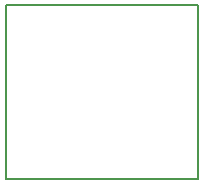
<source format=gbr>
G04 #@! TF.FileFunction,Profile,NP*
%FSLAX46Y46*%
G04 Gerber Fmt 4.6, Leading zero omitted, Abs format (unit mm)*
G04 Created by KiCad (PCBNEW 4.0.7-e2-6376~61~ubuntu18.04.1) date Sat May 26 13:43:31 2018*
%MOMM*%
%LPD*%
G01*
G04 APERTURE LIST*
%ADD10C,0.100000*%
%ADD11C,0.150000*%
G04 APERTURE END LIST*
D10*
D11*
X0Y0D02*
X0Y14732000D01*
X16256000Y0D02*
X0Y0D01*
X16256000Y14732000D02*
X16256000Y0D01*
X0Y14732000D02*
X16256000Y14732000D01*
M02*

</source>
